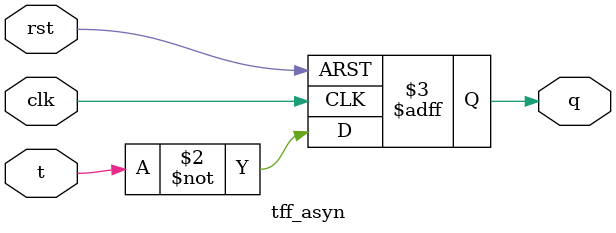
<source format=v>
module tff_asyn(q,t,clk,rst);
output q;
input t,clk,rst;
reg q;
always@(posedge clk,posedge rst)
begin
if(rst)
q<=1'b0;
else
q<=~t;
end
endmodule

</source>
